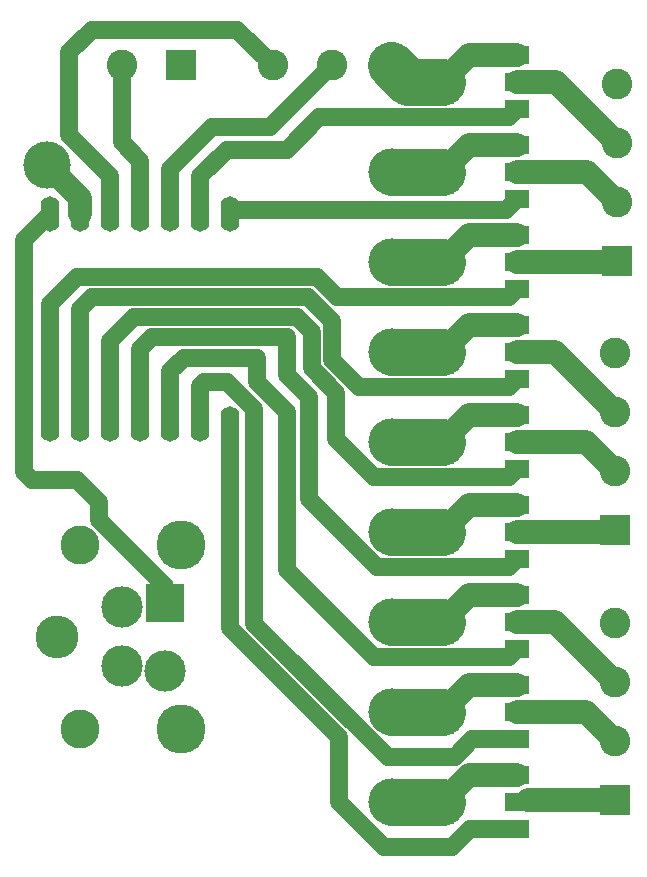
<source format=gbr>
%TF.GenerationSoftware,KiCad,Pcbnew,(6.0.6-0)*%
%TF.CreationDate,2023-10-25T18:50:17+02:00*%
%TF.ProjectId,9outputs,396f7574-7075-4747-932e-6b696361645f,rev?*%
%TF.SameCoordinates,Original*%
%TF.FileFunction,Copper,L1,Top*%
%TF.FilePolarity,Positive*%
%FSLAX46Y46*%
G04 Gerber Fmt 4.6, Leading zero omitted, Abs format (unit mm)*
G04 Created by KiCad (PCBNEW (6.0.6-0)) date 2023-10-25 18:50:17*
%MOMM*%
%LPD*%
G01*
G04 APERTURE LIST*
G04 Aperture macros list*
%AMRoundRect*
0 Rectangle with rounded corners*
0 $1 Rounding radius*
0 $2 $3 $4 $5 $6 $7 $8 $9 X,Y pos of 4 corners*
0 Add a 4 corners polygon primitive as box body*
4,1,4,$2,$3,$4,$5,$6,$7,$8,$9,$2,$3,0*
0 Add four circle primitives for the rounded corners*
1,1,$1+$1,$2,$3*
1,1,$1+$1,$4,$5*
1,1,$1+$1,$6,$7*
1,1,$1+$1,$8,$9*
0 Add four rect primitives between the rounded corners*
20,1,$1+$1,$2,$3,$4,$5,0*
20,1,$1+$1,$4,$5,$6,$7,0*
20,1,$1+$1,$6,$7,$8,$9,0*
20,1,$1+$1,$8,$9,$2,$3,0*%
G04 Aperture macros list end*
%TA.AperFunction,ComponentPad*%
%ADD10R,2.600000X2.600000*%
%TD*%
%TA.AperFunction,ComponentPad*%
%ADD11C,2.600000*%
%TD*%
%TA.AperFunction,SMDPad,CuDef*%
%ADD12R,2.000000X1.500000*%
%TD*%
%TA.AperFunction,SMDPad,CuDef*%
%ADD13R,2.000000X3.800000*%
%TD*%
%TA.AperFunction,SMDPad,CuDef*%
%ADD14RoundRect,0.800000X0.000000X-0.700000X0.000000X0.700000X0.000000X0.700000X0.000000X-0.700000X0*%
%TD*%
%TA.AperFunction,ComponentPad*%
%ADD15R,3.200000X3.200000*%
%TD*%
%TA.AperFunction,ComponentPad*%
%ADD16C,3.500000*%
%TD*%
%TA.AperFunction,ComponentPad*%
%ADD17C,4.155000*%
%TD*%
%TA.AperFunction,ComponentPad*%
%ADD18C,3.300000*%
%TD*%
%TA.AperFunction,ComponentPad*%
%ADD19C,3.630000*%
%TD*%
%TA.AperFunction,ViaPad*%
%ADD20C,4.000000*%
%TD*%
%TA.AperFunction,Conductor*%
%ADD21C,4.000000*%
%TD*%
%TA.AperFunction,Conductor*%
%ADD22C,2.000000*%
%TD*%
%TA.AperFunction,Conductor*%
%ADD23C,1.500000*%
%TD*%
G04 APERTURE END LIST*
D10*
%TO.P,J1,1,Pin_1*%
%TO.N,GND_OUT7*%
X141986000Y-58554000D03*
D11*
%TO.P,J1,2,Pin_2*%
%TO.N,GND_OUT8*%
X141986000Y-53554000D03*
%TO.P,J1,3,Pin_3*%
%TO.N,GND_OUT9*%
X141986000Y-48554000D03*
%TO.P,J1,4,Pin_4*%
%TO.N,+12V*%
X141986000Y-43554000D03*
%TD*%
D12*
%TO.P,Q7,1,G*%
%TO.N,OUT5*%
X133506007Y-76213999D03*
%TO.P,Q7,2,D*%
%TO.N,GND_OUT5*%
X133506007Y-73913999D03*
%TO.P,Q7,3,S*%
%TO.N,GND*%
X133506007Y-71613999D03*
D13*
%TO.P,Q7,4,S*%
X127206007Y-73913999D03*
%TD*%
D12*
%TO.P,Q9,1,G*%
%TO.N,OUT6*%
X133506007Y-68593999D03*
%TO.P,Q9,2,D*%
%TO.N,GND_OUT6*%
X133506007Y-66293999D03*
%TO.P,Q9,3,S*%
%TO.N,GND*%
X133506007Y-63993999D03*
D13*
%TO.P,Q9,4,S*%
X127206007Y-66293999D03*
%TD*%
D14*
%TO.P,U4,1,PA02_A0_D0*%
%TO.N,OUT7*%
X94008076Y-72405000D03*
%TO.P,U4,2,PA4_A1_D1*%
%TO.N,OUT6*%
X96548076Y-72405000D03*
%TO.P,U4,3,PA10_A2_D2*%
%TO.N,OUT5*%
X99088076Y-72405000D03*
%TO.P,U4,4,PA11_A3_D3*%
%TO.N,OUT4*%
X101628076Y-72405000D03*
%TO.P,U4,5,PA8_A4_D4_SDA*%
%TO.N,OUT3*%
X104168076Y-72405000D03*
%TO.P,U4,6,PA9_A5_D5_SCL*%
%TO.N,OUT2*%
X106708076Y-72405000D03*
%TO.P,U4,7,PB08_A6_D6_TX*%
%TO.N,OUT1*%
X109248076Y-72405000D03*
%TO.P,U4,8,PB09_A7_D7_RX*%
%TO.N,OUT8*%
X109248076Y-54625000D03*
%TO.P,U4,9,PA7_A8_D8_SCK*%
%TO.N,OUT9*%
X106708076Y-54625000D03*
%TO.P,U4,10,PA5_A9_D9_MISO*%
%TO.N,IN2*%
X104168076Y-54625000D03*
%TO.P,U4,11,PA6_A10_D10_MOSI*%
%TO.N,IN1*%
X101628076Y-54625000D03*
%TO.P,U4,12,3V3*%
%TO.N,+3.3V*%
X99088076Y-54625000D03*
%TO.P,U4,13,GND*%
%TO.N,GND*%
X96548076Y-54625000D03*
%TO.P,U4,14,5V*%
%TO.N,+5V*%
X94008076Y-54625000D03*
%TD*%
D12*
%TO.P,Q5,1,G*%
%TO.N,OUT4*%
X133506007Y-83833999D03*
%TO.P,Q5,2,D*%
%TO.N,GND_OUT4*%
X133506007Y-81533999D03*
%TO.P,Q5,3,S*%
%TO.N,GND*%
X133506007Y-79233999D03*
D13*
%TO.P,Q5,4,S*%
X127206007Y-81533999D03*
%TD*%
D10*
%TO.P,J11,1,Pin_1*%
%TO.N,GND*%
X105116000Y-42009000D03*
D11*
%TO.P,J11,2,Pin_2*%
%TO.N,IN1*%
X100116000Y-42009000D03*
%TD*%
D12*
%TO.P,Q3,1,G*%
%TO.N,OUT3*%
X133506007Y-91453999D03*
%TO.P,Q3,2,D*%
%TO.N,GND_OUT3*%
X133506007Y-89153999D03*
%TO.P,Q3,3,S*%
%TO.N,GND*%
X133506007Y-86853999D03*
D13*
%TO.P,Q3,4,S*%
X127206007Y-89153999D03*
%TD*%
D15*
%TO.P,111,1,1*%
%TO.N,+5V*%
X103726000Y-87484000D03*
D16*
%TO.P,111,2,2*%
%TO.N,+12V*%
X103726000Y-93284000D03*
%TO.P,111,3,3*%
%TO.N,GND*%
X100076000Y-87884000D03*
%TO.P,111,4,4*%
X100076000Y-92884000D03*
D17*
%TO.P,111,MH1,MH1*%
%TO.N,unconnected-(111-PadMH1)*%
X105076000Y-82584000D03*
%TO.P,111,MH2,MH2*%
%TO.N,unconnected-(111-PadMH2)*%
X105076000Y-98184000D03*
D18*
%TO.P,111,MH3,MH3*%
%TO.N,unconnected-(111-PadMH3)*%
X96576000Y-82584000D03*
%TO.P,111,MH4,MH4*%
%TO.N,unconnected-(111-PadMH4)*%
X96576000Y-98184000D03*
D19*
%TO.P,111,MH5,MH5*%
%TO.N,unconnected-(111-PadMH5)*%
X94576000Y-90384000D03*
%TD*%
D10*
%TO.P,J4,1,Pin_1*%
%TO.N,GND*%
X122856000Y-42009000D03*
D11*
%TO.P,J4,2,Pin_2*%
%TO.N,IN2*%
X117856000Y-42009000D03*
%TO.P,J4,3,Pin_3*%
%TO.N,+3.3V*%
X112856000Y-42009000D03*
%TD*%
D10*
%TO.P,J3,1,Pin_1*%
%TO.N,GND_OUT1*%
X141831000Y-104234000D03*
D11*
%TO.P,J3,2,Pin_2*%
%TO.N,GND_OUT2*%
X141831000Y-99234000D03*
%TO.P,J3,3,Pin_3*%
%TO.N,GND_OUT3*%
X141831000Y-94234000D03*
%TO.P,J3,4,Pin_4*%
%TO.N,+12V*%
X141831000Y-89234000D03*
%TD*%
D12*
%TO.P,Q2,1,G*%
%TO.N,OUT2*%
X133506007Y-99073999D03*
%TO.P,Q2,2,D*%
%TO.N,GND_OUT2*%
X133506007Y-96773999D03*
%TO.P,Q2,3,S*%
%TO.N,GND*%
X133506007Y-94473999D03*
D13*
%TO.P,Q2,4,S*%
X127206007Y-96773999D03*
%TD*%
D12*
%TO.P,Q1,1,G*%
%TO.N,OUT1*%
X133506007Y-106693999D03*
%TO.P,Q1,2,D*%
%TO.N,GND_OUT1*%
X133506007Y-104393999D03*
%TO.P,Q1,3,S*%
%TO.N,GND*%
X133506007Y-102093999D03*
D13*
%TO.P,Q1,4,S*%
X127206007Y-104393999D03*
%TD*%
D12*
%TO.P,Q4,1,G*%
%TO.N,OUT7*%
X133506007Y-60973999D03*
%TO.P,Q4,2,D*%
%TO.N,GND_OUT7*%
X133506007Y-58673999D03*
%TO.P,Q4,3,S*%
%TO.N,GND*%
X133506007Y-56373999D03*
D13*
%TO.P,Q4,4,S*%
X127206007Y-58673999D03*
%TD*%
D12*
%TO.P,Q6,1,G*%
%TO.N,OUT8*%
X133506007Y-53353999D03*
%TO.P,Q6,2,D*%
%TO.N,GND_OUT8*%
X133506007Y-51053999D03*
%TO.P,Q6,3,S*%
%TO.N,GND*%
X133506007Y-48753999D03*
D13*
%TO.P,Q6,4,S*%
X127206007Y-51053999D03*
%TD*%
D10*
%TO.P,J2,1,Pin_1*%
%TO.N,GND_OUT4*%
X141831000Y-81374000D03*
D11*
%TO.P,J2,2,Pin_2*%
%TO.N,GND_OUT5*%
X141831000Y-76374000D03*
%TO.P,J2,3,Pin_3*%
%TO.N,GND_OUT6*%
X141831000Y-71374000D03*
%TO.P,J2,4,Pin_4*%
%TO.N,+12V*%
X141831000Y-66374000D03*
%TD*%
D12*
%TO.P,Q8,1,G*%
%TO.N,OUT9*%
X133506007Y-45733999D03*
%TO.P,Q8,2,D*%
%TO.N,GND_OUT9*%
X133506007Y-43433999D03*
%TO.P,Q8,3,S*%
%TO.N,GND*%
X133506007Y-41133999D03*
D13*
%TO.P,Q8,4,S*%
X127206007Y-43433999D03*
%TD*%
D20*
%TO.N,GND*%
X93726000Y-50419000D03*
X122936000Y-96774000D03*
X122936000Y-73914000D03*
X122936000Y-66294000D03*
X122936000Y-58674000D03*
X122936000Y-51054000D03*
X122936000Y-81534000D03*
X122936000Y-89154000D03*
X122936000Y-104394000D03*
%TD*%
D21*
%TO.N,GND*%
X127206007Y-51053999D02*
X122936000Y-51054000D01*
D22*
X133506007Y-56373999D02*
X129506007Y-56373999D01*
X129506007Y-86853999D02*
X127206007Y-89153999D01*
X129506007Y-63993999D02*
X127206007Y-66293999D01*
X129506007Y-102093999D02*
X127206007Y-104393999D01*
D21*
X127206007Y-96773999D02*
X122936000Y-96774000D01*
X127206007Y-58673999D02*
X122936000Y-58674000D01*
D22*
X129506007Y-79233999D02*
X127206007Y-81533999D01*
X129506007Y-48753999D02*
X127206007Y-51053999D01*
X96548076Y-53241076D02*
X93726000Y-50419000D01*
X133506007Y-71613999D02*
X129506007Y-71613999D01*
X133506007Y-41133999D02*
X129506007Y-41133999D01*
X129506007Y-56373999D02*
X127206007Y-58673999D01*
D21*
X127206007Y-81533999D02*
X122936000Y-81534000D01*
D22*
X133506007Y-48753999D02*
X129506007Y-48753999D01*
X133506007Y-63993999D02*
X129506007Y-63993999D01*
D21*
X124280999Y-43433999D02*
X122856000Y-42009000D01*
D22*
X129506007Y-94473999D02*
X127206007Y-96773999D01*
D21*
X127206007Y-43433999D02*
X124280999Y-43433999D01*
X127206007Y-104393999D02*
X122936000Y-104394000D01*
X127206007Y-89153999D02*
X122936000Y-89154000D01*
X127206007Y-73913999D02*
X122936000Y-73914000D01*
D22*
X133506007Y-79233999D02*
X129506007Y-79233999D01*
X133506007Y-86853999D02*
X129506007Y-86853999D01*
X96548076Y-54625000D02*
X96548076Y-53241076D01*
X133506007Y-94473999D02*
X129506007Y-94473999D01*
X133506007Y-102093999D02*
X129506007Y-102093999D01*
D21*
X127206007Y-66293999D02*
X122936000Y-66294000D01*
D22*
X129506007Y-41133999D02*
X127206007Y-43433999D01*
X129506007Y-71613999D02*
X127206007Y-73913999D01*
D23*
%TO.N,+3.3V*%
X97536000Y-38989000D02*
X109836000Y-38989000D01*
X95631000Y-40894000D02*
X97536000Y-38989000D01*
X109836000Y-38989000D02*
X112856000Y-42009000D01*
X99088076Y-54625000D02*
X99088076Y-51336076D01*
X95631000Y-47879000D02*
X95631000Y-40894000D01*
X99088076Y-51336076D02*
X95631000Y-47879000D01*
%TO.N,OUT1*%
X133506007Y-106693999D02*
X129526001Y-106693999D01*
X129526001Y-106693999D02*
X128016000Y-108204000D01*
X109248076Y-89662170D02*
X109248076Y-72405000D01*
X128016000Y-108204000D02*
X122301000Y-108204000D01*
X118491000Y-98905094D02*
X109248076Y-89662170D01*
X122301000Y-108204000D02*
X118491000Y-104394000D01*
X118491000Y-104394000D02*
X118491000Y-98905094D01*
%TO.N,OUT3*%
X114046000Y-71374000D02*
X111506000Y-68834000D01*
X121441000Y-92104000D02*
X114046000Y-84709000D01*
X114046000Y-84709000D02*
X114046000Y-71374000D01*
X104168076Y-67916924D02*
X104168076Y-72405000D01*
X105341000Y-66744000D02*
X104168076Y-67916924D01*
X133506007Y-91453999D02*
X132856006Y-92104000D01*
X111506000Y-66744000D02*
X105341000Y-66744000D01*
X111506000Y-68834000D02*
X111506000Y-66744000D01*
X132856006Y-92104000D02*
X121441000Y-92104000D01*
%TO.N,OUT2*%
X129768291Y-99073999D02*
X128258290Y-100584000D01*
X106708076Y-69186924D02*
X106708076Y-72405000D01*
X107061000Y-68834000D02*
X106708076Y-69186924D01*
X133506007Y-99073999D02*
X129768291Y-99073999D01*
X111256418Y-89266348D02*
X111256418Y-71124418D01*
X111256418Y-71124418D02*
X108966000Y-68834000D01*
X128258290Y-100584000D02*
X122574070Y-100584000D01*
X122574070Y-100584000D02*
X111256418Y-89266348D01*
X108966000Y-68834000D02*
X107061000Y-68834000D01*
%TO.N,OUT4*%
X114046000Y-65044000D02*
X102596000Y-65044000D01*
X133506007Y-83833999D02*
X132856006Y-84484000D01*
X102596000Y-65044000D02*
X101628076Y-66011924D01*
X115951000Y-78720930D02*
X115951000Y-70104000D01*
X132856006Y-84484000D02*
X121714070Y-84484000D01*
X121714070Y-84484000D02*
X115951000Y-78720930D01*
X115951000Y-70104000D02*
X114046000Y-68199000D01*
X114046000Y-68199000D02*
X114046000Y-65044000D01*
X101628076Y-66011924D02*
X101628076Y-72405000D01*
D22*
%TO.N,GND_OUT1*%
X141831000Y-104234000D02*
X134477276Y-104234000D01*
%TO.N,GND_OUT2*%
X141831000Y-99234000D02*
X139370999Y-96773999D01*
X139370999Y-96773999D02*
X133506007Y-96773999D01*
%TO.N,GND_OUT3*%
X141831000Y-94234000D02*
X136750999Y-89153999D01*
X136750999Y-89153999D02*
X133506007Y-89153999D01*
D23*
%TO.N,OUT5*%
X99088076Y-72405000D02*
X99088076Y-65376924D01*
X118241418Y-69718582D02*
X118241418Y-73664418D01*
X99088076Y-65376924D02*
X101121000Y-63344000D01*
X101121000Y-63344000D02*
X114906000Y-63344000D01*
X118241418Y-73664418D02*
X121440999Y-76863999D01*
X121440999Y-76863999D02*
X132856007Y-76863999D01*
X114906000Y-63344000D02*
X116156000Y-64594000D01*
X116156000Y-67633163D02*
X118241418Y-69718582D01*
X116156000Y-64594000D02*
X116156000Y-67633163D01*
X132856007Y-76863999D02*
X133506007Y-76213999D01*
%TO.N,OUT9*%
X108966000Y-49149000D02*
X106708076Y-51406924D01*
X114046000Y-49149000D02*
X108966000Y-49149000D01*
X106708076Y-51406924D02*
X106708076Y-54625000D01*
X132856007Y-46383999D02*
X116811001Y-46383999D01*
X116811001Y-46383999D02*
X114046000Y-49149000D01*
X133506007Y-45733999D02*
X132856007Y-46383999D01*
%TO.N,IN1*%
X100076000Y-48514000D02*
X100116000Y-48474000D01*
X100116000Y-48474000D02*
X100116000Y-42009000D01*
X101628076Y-50066076D02*
X100076000Y-48514000D01*
X101628076Y-54625000D02*
X101628076Y-50066076D01*
%TO.N,IN2*%
X107696000Y-47244000D02*
X112621000Y-47244000D01*
X104168076Y-50771924D02*
X107696000Y-47244000D01*
X104168076Y-54625000D02*
X104168076Y-50771924D01*
X112621000Y-47244000D02*
X117856000Y-42009000D01*
%TO.N,OUT8*%
X109644076Y-54229000D02*
X132631006Y-54229000D01*
X109248076Y-54625000D02*
X109644076Y-54229000D01*
X132631006Y-54229000D02*
X133506007Y-53353999D01*
%TO.N,OUT7*%
X118265999Y-61623999D02*
X116586000Y-59944000D01*
X94008076Y-62201924D02*
X94008076Y-72405000D01*
X96266000Y-59944000D02*
X94008076Y-62201924D01*
X132856007Y-61623999D02*
X118265999Y-61623999D01*
X116586000Y-59944000D02*
X96266000Y-59944000D01*
X133506007Y-60973999D02*
X132856007Y-61623999D01*
%TO.N,OUT6*%
X117856000Y-66929000D02*
X117856000Y-63618164D01*
X132856006Y-69244000D02*
X120171000Y-69244000D01*
X120171000Y-69244000D02*
X117856000Y-66929000D01*
X97536000Y-61644000D02*
X96548076Y-62631924D01*
X96548076Y-62631924D02*
X96548076Y-72405000D01*
X115881836Y-61644000D02*
X97536000Y-61644000D01*
X133506007Y-68593999D02*
X132856006Y-69244000D01*
X117856000Y-63618164D02*
X115881836Y-61644000D01*
%TO.N,+5V*%
X103726000Y-86057044D02*
X98171000Y-80502044D01*
X96266000Y-77089000D02*
X92456000Y-77089000D01*
X91821000Y-56769000D02*
X93965000Y-54625000D01*
X91821000Y-76454000D02*
X91821000Y-56769000D01*
X98171000Y-78994000D02*
X96266000Y-77089000D01*
X92456000Y-77089000D02*
X91821000Y-76454000D01*
X93965000Y-54625000D02*
X94008076Y-54625000D01*
X98171000Y-80502044D02*
X98171000Y-78994000D01*
X103726000Y-87484000D02*
X103726000Y-86057044D01*
D22*
%TO.N,GND_OUT7*%
X141866001Y-58673999D02*
X141986000Y-58554000D01*
X133506007Y-58673999D02*
X141866001Y-58673999D01*
%TO.N,GND_OUT8*%
X139485999Y-51053999D02*
X133506007Y-51053999D01*
X141986000Y-53554000D02*
X139485999Y-51053999D01*
%TO.N,GND_OUT9*%
X141986000Y-48554000D02*
X136865999Y-43433999D01*
X136865999Y-43433999D02*
X133506007Y-43433999D01*
%TO.N,GND_OUT4*%
X141671001Y-81533999D02*
X141831000Y-81374000D01*
X133506007Y-81533999D02*
X141671001Y-81533999D01*
%TO.N,GND_OUT5*%
X139370999Y-73913999D02*
X133506007Y-73913999D01*
X141831000Y-76374000D02*
X139370999Y-73913999D01*
%TO.N,GND_OUT6*%
X141831000Y-71374000D02*
X136750999Y-66293999D01*
X136750999Y-66293999D02*
X133506007Y-66293999D01*
%TD*%
M02*

</source>
